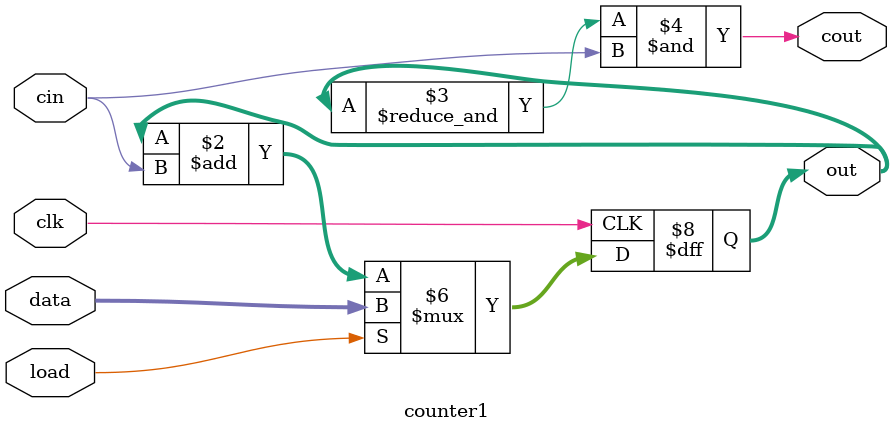
<source format=v>

module counter1(out, cout, data, load, cin, clk);
output [7:0] out;
output cout;
input [7:0] data;
input load, cin, clk;

reg [7:0] out;

always @(posedge clk) 
begin 
	if (load)
		out = data;
	else
		out = out + cin;
	
end

// all bits of out must be one and the 
// carry in must be on to generate a 
// carry out
assign cout = &out & cin;


endmodule

</source>
